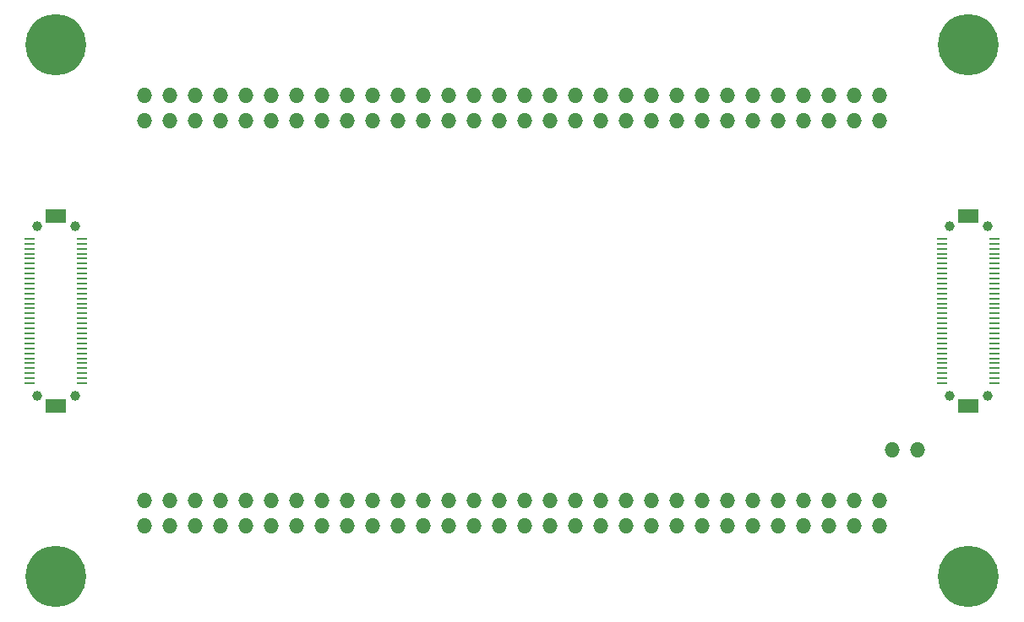
<source format=gts>
G04 #@! TF.FileFunction,Soldermask,Top*
%FSLAX46Y46*%
G04 Gerber Fmt 4.6, Leading zero omitted, Abs format (unit mm)*
G04 Created by KiCad (PCBNEW (2015-04-19 BZR 5613)-product) date 6/23/2015 7:30:16 PM*
%MOMM*%
G01*
G04 APERTURE LIST*
%ADD10C,0.100000*%
%ADD11O,6.100000X6.100000*%
%ADD12O,1.524000X1.524000*%
%ADD13R,2.100000X1.400000*%
%ADD14R,1.000000X0.250000*%
%ADD15C,1.000000*%
G04 APERTURE END LIST*
D10*
D11*
X93980000Y-134620000D03*
X93980000Y-81280000D03*
X185420000Y-81280000D03*
X185420000Y-134620000D03*
D12*
X176530000Y-127000000D03*
X173990000Y-127000000D03*
X171450000Y-127000000D03*
X168910000Y-127000000D03*
X166370000Y-127000000D03*
X163830000Y-127000000D03*
X161290000Y-127000000D03*
X158750000Y-127000000D03*
X156210000Y-127000000D03*
X153670000Y-127000000D03*
X151130000Y-127000000D03*
X148590000Y-127000000D03*
X146050000Y-127000000D03*
X143510000Y-127000000D03*
X140970000Y-127000000D03*
X138430000Y-127000000D03*
X135890000Y-127000000D03*
X133350000Y-127000000D03*
X130810000Y-127000000D03*
X128270000Y-127000000D03*
X125730000Y-127000000D03*
X123190000Y-127000000D03*
X120650000Y-127000000D03*
X118110000Y-127000000D03*
X115570000Y-127000000D03*
X113030000Y-127000000D03*
X110490000Y-127000000D03*
X107950000Y-127000000D03*
X105410000Y-127000000D03*
X102870000Y-127000000D03*
X176530000Y-129540000D03*
X173990000Y-129540000D03*
X171450000Y-129540000D03*
X168910000Y-129540000D03*
X166370000Y-129540000D03*
X163830000Y-129540000D03*
X161290000Y-129540000D03*
X158750000Y-129540000D03*
X156210000Y-129540000D03*
X153670000Y-129540000D03*
X151130000Y-129540000D03*
X148590000Y-129540000D03*
X146050000Y-129540000D03*
X143510000Y-129540000D03*
X140970000Y-129540000D03*
X138430000Y-129540000D03*
X135890000Y-129540000D03*
X133350000Y-129540000D03*
X130810000Y-129540000D03*
X128270000Y-129540000D03*
X125730000Y-129540000D03*
X123190000Y-129540000D03*
X120650000Y-129540000D03*
X118110000Y-129540000D03*
X115570000Y-129540000D03*
X113030000Y-129540000D03*
X110490000Y-129540000D03*
X107950000Y-129540000D03*
X105410000Y-129540000D03*
X102870000Y-129540000D03*
X177800000Y-121920000D03*
X180340000Y-121920000D03*
X176530000Y-88900000D03*
X173990000Y-88900000D03*
X171450000Y-88900000D03*
X168910000Y-88900000D03*
X166370000Y-88900000D03*
X163830000Y-88900000D03*
X161290000Y-88900000D03*
X158750000Y-88900000D03*
X156210000Y-88900000D03*
X153670000Y-88900000D03*
X151130000Y-88900000D03*
X148590000Y-88900000D03*
X146050000Y-88900000D03*
X143510000Y-88900000D03*
X140970000Y-88900000D03*
X138430000Y-88900000D03*
X135890000Y-88900000D03*
X133350000Y-88900000D03*
X130810000Y-88900000D03*
X128270000Y-88900000D03*
X125730000Y-88900000D03*
X123190000Y-88900000D03*
X120650000Y-88900000D03*
X118110000Y-88900000D03*
X115570000Y-88900000D03*
X113030000Y-88900000D03*
X110490000Y-88900000D03*
X107950000Y-88900000D03*
X105410000Y-88900000D03*
X102870000Y-88900000D03*
X176530000Y-86360000D03*
X173990000Y-86360000D03*
X171450000Y-86360000D03*
X168910000Y-86360000D03*
X166370000Y-86360000D03*
X163830000Y-86360000D03*
X161290000Y-86360000D03*
X158750000Y-86360000D03*
X156210000Y-86360000D03*
X153670000Y-86360000D03*
X151130000Y-86360000D03*
X148590000Y-86360000D03*
X146050000Y-86360000D03*
X143510000Y-86360000D03*
X140970000Y-86360000D03*
X138430000Y-86360000D03*
X135890000Y-86360000D03*
X133350000Y-86360000D03*
X130810000Y-86360000D03*
X128270000Y-86360000D03*
X125730000Y-86360000D03*
X123190000Y-86360000D03*
X120650000Y-86360000D03*
X118110000Y-86360000D03*
X115570000Y-86360000D03*
X113030000Y-86360000D03*
X110490000Y-86360000D03*
X107950000Y-86360000D03*
X105410000Y-86360000D03*
X102870000Y-86360000D03*
D13*
X185420000Y-117450000D03*
D14*
X182770000Y-100700000D03*
X182770000Y-101200000D03*
X182770000Y-101700000D03*
X182770000Y-102200000D03*
X182770000Y-102700000D03*
X182770000Y-103200000D03*
X182770000Y-103700000D03*
X182770000Y-104200000D03*
X182770000Y-104700000D03*
X182770000Y-105200000D03*
X182770000Y-105700000D03*
X182770000Y-106200000D03*
X182770000Y-106700000D03*
X182770000Y-107200000D03*
X182770000Y-107700000D03*
X182770000Y-108200000D03*
X182770000Y-108700000D03*
X182770000Y-109200000D03*
X182770000Y-109700000D03*
X182770000Y-110200000D03*
X182770000Y-110700000D03*
X182770000Y-111200000D03*
X182770000Y-111700000D03*
X182770000Y-112200000D03*
X182770000Y-112700000D03*
X182770000Y-113200000D03*
X182770000Y-113700000D03*
X182770000Y-114200000D03*
X182770000Y-114700000D03*
X182770000Y-115200000D03*
X188070000Y-100700000D03*
X188070000Y-101200000D03*
X188070000Y-101700000D03*
X188070000Y-102200000D03*
X188070000Y-102700000D03*
X188070000Y-103200000D03*
X188070000Y-103700000D03*
X188070000Y-104200000D03*
X188070000Y-104700000D03*
X188070000Y-105200000D03*
X188070000Y-105700000D03*
X188070000Y-106200000D03*
X188070000Y-106700000D03*
X188070000Y-107200000D03*
X188070000Y-107700000D03*
X188070000Y-108200000D03*
X188070000Y-108700000D03*
X188070000Y-109200000D03*
X188070000Y-109700000D03*
X188070000Y-110200000D03*
X188070000Y-110700000D03*
X188070000Y-111200000D03*
X188070000Y-111700000D03*
X188070000Y-112200000D03*
X188070000Y-112700000D03*
X188070000Y-113200000D03*
X188070000Y-113700000D03*
X188070000Y-114200000D03*
X188070000Y-114700000D03*
X188070000Y-115200000D03*
D13*
X185420000Y-98450000D03*
D15*
X183520000Y-99450000D03*
X183520000Y-116450000D03*
D13*
X93980000Y-117450000D03*
D14*
X91330000Y-100700000D03*
X91330000Y-101200000D03*
X91330000Y-101700000D03*
X91330000Y-102200000D03*
X91330000Y-102700000D03*
X91330000Y-103200000D03*
X91330000Y-103700000D03*
X91330000Y-104200000D03*
X91330000Y-104700000D03*
X91330000Y-105200000D03*
X91330000Y-105700000D03*
X91330000Y-106200000D03*
X91330000Y-106700000D03*
X91330000Y-107200000D03*
X91330000Y-107700000D03*
X91330000Y-108200000D03*
X91330000Y-108700000D03*
X91330000Y-109200000D03*
X91330000Y-109700000D03*
X91330000Y-110200000D03*
X91330000Y-110700000D03*
X91330000Y-111200000D03*
X91330000Y-111700000D03*
X91330000Y-112200000D03*
X91330000Y-112700000D03*
X91330000Y-113200000D03*
X91330000Y-113700000D03*
X91330000Y-114200000D03*
X91330000Y-114700000D03*
X91330000Y-115200000D03*
X96630000Y-100700000D03*
X96630000Y-101200000D03*
X96630000Y-101700000D03*
X96630000Y-102200000D03*
X96630000Y-102700000D03*
X96630000Y-103200000D03*
X96630000Y-103700000D03*
X96630000Y-104200000D03*
X96630000Y-104700000D03*
X96630000Y-105200000D03*
X96630000Y-105700000D03*
X96630000Y-106200000D03*
X96630000Y-106700000D03*
X96630000Y-107200000D03*
X96630000Y-107700000D03*
X96630000Y-108200000D03*
X96630000Y-108700000D03*
X96630000Y-109200000D03*
X96630000Y-109700000D03*
X96630000Y-110200000D03*
X96630000Y-110700000D03*
X96630000Y-111200000D03*
X96630000Y-111700000D03*
X96630000Y-112200000D03*
X96630000Y-112700000D03*
X96630000Y-113200000D03*
X96630000Y-113700000D03*
X96630000Y-114200000D03*
X96630000Y-114700000D03*
X96630000Y-115200000D03*
D13*
X93980000Y-98450000D03*
D15*
X92080000Y-99450000D03*
X92080000Y-116450000D03*
X95880000Y-99450000D03*
X95880000Y-116450000D03*
X187320000Y-99450000D03*
X187320000Y-116450000D03*
M02*

</source>
